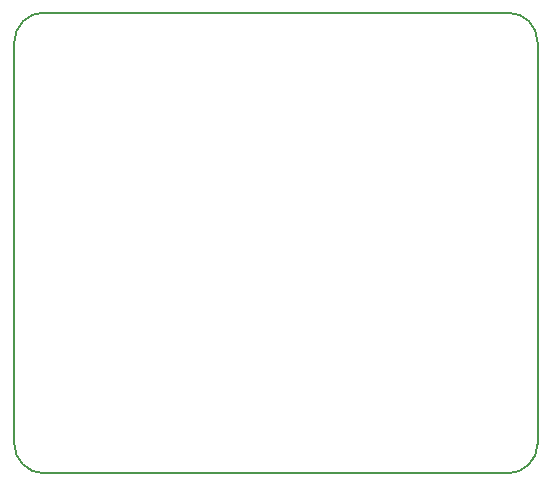
<source format=gbr>
%TF.GenerationSoftware,KiCad,Pcbnew,(6.0.9)*%
%TF.CreationDate,2023-03-19T17:38:48-07:00*%
%TF.ProjectId,OneInchEye,4f6e6549-6e63-4684-9579-652e6b696361,rev?*%
%TF.SameCoordinates,Original*%
%TF.FileFunction,Profile,NP*%
%FSLAX46Y46*%
G04 Gerber Fmt 4.6, Leading zero omitted, Abs format (unit mm)*
G04 Created by KiCad (PCBNEW (6.0.9)) date 2023-03-19 17:38:48*
%MOMM*%
%LPD*%
G01*
G04 APERTURE LIST*
%TA.AperFunction,Profile*%
%ADD10C,0.200000*%
%TD*%
G04 APERTURE END LIST*
D10*
X127400000Y-120362500D02*
G75*
G03*
X129900000Y-122862500I2500000J0D01*
G01*
X171700000Y-86362500D02*
G75*
G03*
X169200000Y-83862500I-2500000J0D01*
G01*
X169200000Y-122862500D02*
G75*
G03*
X171700000Y-120362500I0J2500000D01*
G01*
X129900000Y-83862500D02*
G75*
G03*
X127400000Y-86362500I0J-2500000D01*
G01*
X129900000Y-122862500D02*
X169200000Y-122862500D01*
X127400000Y-86362500D02*
X127400000Y-120362500D01*
X171700000Y-120362500D02*
X171700000Y-86362500D01*
X169200000Y-83862500D02*
X129900000Y-83862500D01*
M02*

</source>
